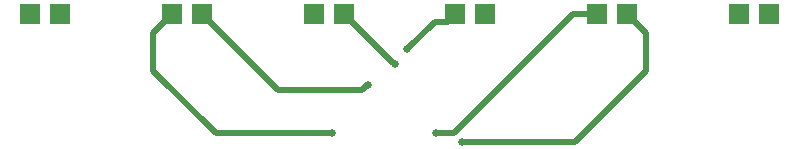
<source format=gtl>
G04*
G04 #@! TF.GenerationSoftware,Altium Limited,Altium Designer,25.8.1 (18)*
G04*
G04 Layer_Physical_Order=1*
G04 Layer_Color=255*
%FSLAX25Y25*%
%MOIN*%
G70*
G04*
G04 #@! TF.SameCoordinates,E4AC6168-4151-454E-BDA4-8BE892279CFA*
G04*
G04*
G04 #@! TF.FilePolarity,Positive*
G04*
G01*
G75*
%ADD12C,0.01968*%
%ADD13R,0.07087X0.07087*%
%ADD14C,0.02598*%
D12*
X238740Y70472D02*
X244941Y64272D01*
Y51601D02*
Y64272D01*
X221293Y27953D02*
X244941Y51601D01*
X183858Y27953D02*
X221293D01*
X220656Y70472D02*
X228740D01*
X180892Y30709D02*
X220656Y70472D01*
X175197Y30709D02*
X180892D01*
X178937Y67913D02*
X181496Y70472D01*
X174606Y67913D02*
X178937D01*
X165354Y58661D02*
X174606Y67913D01*
X144252Y70472D02*
X160667Y54058D01*
X161297D01*
X161417Y53937D01*
X97008Y70472D02*
X122452Y45028D01*
X150370D01*
X152192Y46850D01*
X152362D01*
X80768Y51601D02*
X101660Y30709D01*
X140551D01*
X80768Y64232D02*
X87008Y70472D01*
X80768Y51601D02*
Y64232D01*
D13*
X275984Y70472D02*
D03*
X285984D02*
D03*
X228740D02*
D03*
X238740D02*
D03*
X181496D02*
D03*
X191496D02*
D03*
X134252D02*
D03*
X144252D02*
D03*
X87008D02*
D03*
X97008D02*
D03*
X39606D02*
D03*
X49606D02*
D03*
D14*
X183858Y27953D02*
D03*
X175197Y30709D02*
D03*
X165354Y58661D02*
D03*
X152362Y46850D02*
D03*
X140551Y30709D02*
D03*
X161417Y53937D02*
D03*
M02*

</source>
